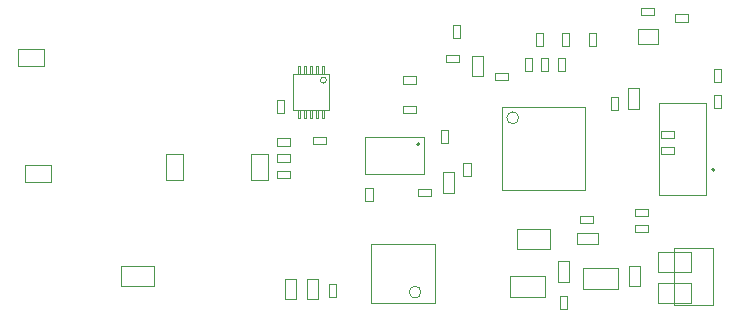
<source format=gbr>
%TF.GenerationSoftware,Altium Limited,Altium Designer,20.2.6 (244)*%
G04 Layer_Color=16711935*
%FSLAX45Y45*%
%MOMM*%
%TF.SameCoordinates,BE144905-350C-4E41-9AB6-63F68E724E9C*%
%TF.FilePolarity,Positive*%
%TF.FileFunction,Other,Mechanical_13*%
%TF.Part,Single*%
G01*
G75*
%TA.AperFunction,NonConductor*%
%ADD61C,0.20000*%
%ADD63C,0.10000*%
D61*
X3668120Y1604705D02*
G03*
X3668120Y1604705I-10000J0D01*
G01*
X6165000Y1390000D02*
G03*
X6165000Y1390000I-10000J0D01*
G01*
D63*
X4507475Y1830050D02*
G03*
X4507475Y1830050I-50000J0D01*
G01*
X2879500Y2148401D02*
G03*
X2879500Y2148401I-25400J0D01*
G01*
X3680000Y355000D02*
G03*
X3680000Y355000I-50000J0D01*
G01*
X4367475Y1220050D02*
Y1920050D01*
X5067475Y1220050D02*
Y1920050D01*
X4367475D02*
X5067475D01*
X4367475Y1220050D02*
X5067475D01*
X5690000Y435000D02*
X5970000D01*
X5690000Y265000D02*
X5970000D01*
X5690000D02*
Y435000D01*
X5970000Y265000D02*
Y435000D01*
X6155100Y248700D02*
Y731300D01*
X5824900D02*
X6155100D01*
X5824900Y248700D02*
Y731300D01*
Y248700D02*
X6155100D01*
X4040000Y1335000D02*
Y1445000D01*
X4100000Y1335000D02*
Y1445000D01*
X4040000Y1335000D02*
X4100000D01*
X4040000Y1445000D02*
X4100000D01*
X3862500Y1192500D02*
X3957500D01*
X3862500Y1367500D02*
X3957500D01*
X3862500Y1192500D02*
Y1367500D01*
X3957500Y1192500D02*
Y1367500D01*
X3651000Y1170000D02*
Y1230000D01*
X3761000Y1170000D02*
Y1230000D01*
X3651000D02*
X3761000D01*
X3651000Y1170000D02*
X3761000D01*
X3210000Y1125000D02*
X3270000D01*
X3210000Y1235000D02*
X3270000D01*
X3210000Y1125000D02*
Y1235000D01*
X3270000Y1125000D02*
Y1235000D01*
X3525000Y2120000D02*
Y2180000D01*
X3635000Y2120000D02*
Y2180000D01*
X3525000D02*
X3635000D01*
X3525000Y2120000D02*
X3635000D01*
X3527475Y1870000D02*
Y1930000D01*
X3637475Y1870000D02*
Y1930000D01*
X3527475D02*
X3637475D01*
X3527475Y1870000D02*
X3637475D01*
X3850000Y1725000D02*
X3910000D01*
X3850000Y1615000D02*
X3910000D01*
Y1725000D01*
X3850000Y1615000D02*
Y1725000D01*
X4109975Y2180076D02*
Y2355076D01*
X4204975Y2180076D02*
Y2355076D01*
X4109975Y2180076D02*
X4204975D01*
X4109975Y2355076D02*
X4204975D01*
X3892500Y2360000D02*
X4002500D01*
X3892500Y2300000D02*
X4002500D01*
X3892500D02*
Y2360000D01*
X4002500Y2300000D02*
Y2360000D01*
X3950000Y2505000D02*
Y2615000D01*
X4010000Y2505000D02*
Y2615000D01*
X3950000Y2505000D02*
X4010000D01*
X3950000Y2615000D02*
X4010000D01*
X4717475Y2440076D02*
Y2550076D01*
X4657475Y2440076D02*
Y2550076D01*
X4717475D01*
X4657475Y2440076D02*
X4717475D01*
X4562450Y2225051D02*
Y2335051D01*
X4622450Y2225051D02*
Y2335051D01*
X4562450Y2225051D02*
X4622450D01*
X4562450Y2335051D02*
X4622450D01*
X4697475Y2225051D02*
Y2335051D01*
X4757475Y2225051D02*
Y2335051D01*
X4697475Y2225051D02*
X4757475D01*
X4697475Y2335051D02*
X4757475D01*
X4837384Y2225051D02*
Y2335051D01*
X4897384Y2225051D02*
Y2335051D01*
X4837384Y2225051D02*
X4897384D01*
X4837384Y2335051D02*
X4897384D01*
X4937475Y2440077D02*
Y2550077D01*
X4877475Y2440077D02*
Y2550077D01*
X4937475D01*
X4877475Y2440077D02*
X4937475D01*
X5098794Y2435000D02*
Y2545000D01*
X5158794Y2435000D02*
Y2545000D01*
X5098794Y2435000D02*
X5158794D01*
X5098794Y2545000D02*
X5158794D01*
X5525026Y1905000D02*
Y2080000D01*
X5430026Y1905000D02*
Y2080000D01*
X5525026D01*
X5430026Y1905000D02*
X5525026D01*
X5515000Y2455000D02*
X5685000D01*
X5515000Y2585000D02*
X5685000D01*
X5515000Y2455000D02*
Y2585000D01*
X5685000Y2455000D02*
Y2585000D01*
X5835000Y2705041D02*
X5945000D01*
X5835000Y2645041D02*
X5945000D01*
X5835000D02*
Y2705041D01*
X5945000Y2645041D02*
Y2705041D01*
X6160000Y2132500D02*
Y2242500D01*
X6220000Y2132500D02*
Y2242500D01*
X6160000Y2132500D02*
X6220000D01*
X6160000Y2242500D02*
X6220000D01*
X5712500Y1655025D02*
X5822500D01*
X5712500Y1715025D02*
X5822500D01*
Y1655025D02*
Y1715025D01*
X5712500Y1655025D02*
Y1715025D01*
X5715000Y1520000D02*
X5825000D01*
X5715000Y1580000D02*
X5825000D01*
Y1520000D02*
Y1580000D01*
X5715000Y1520000D02*
Y1580000D01*
X5492500Y1060000D02*
X5602500D01*
X5492500Y1000000D02*
X5602500D01*
X5492500D02*
Y1060000D01*
X5602500Y1000000D02*
Y1060000D01*
X5495000Y924975D02*
X5605000D01*
X5495000Y864975D02*
X5605000D01*
X5495000D02*
Y924975D01*
X5605000Y864975D02*
Y924975D01*
X5029000Y937525D02*
X5139000D01*
X5029000Y997525D02*
X5139000D01*
Y937525D02*
Y997525D01*
X5029000Y937525D02*
Y997525D01*
X5002500Y762500D02*
X5177500D01*
X5002500Y857500D02*
X5177500D01*
Y762500D02*
Y857500D01*
X5002500Y762500D02*
Y857500D01*
X5690000Y695000D02*
X5970000D01*
X5690000Y525000D02*
X5970000D01*
X5690000D02*
Y695000D01*
X5970000Y525000D02*
Y695000D01*
X5442475Y402500D02*
Y577500D01*
X5537474Y402500D02*
Y577500D01*
X5442475Y402500D02*
X5537474D01*
X5442475Y577500D02*
X5537474D01*
X5050000Y382500D02*
X5350000D01*
X5050000Y557500D02*
X5350000D01*
X5050000Y382500D02*
Y557500D01*
X5350000Y382500D02*
Y557500D01*
X4842500Y442500D02*
Y617500D01*
X4937500Y442500D02*
Y617500D01*
X4842500Y442500D02*
X4937500D01*
X4842500Y617500D02*
X4937500D01*
X4920000Y212500D02*
Y322500D01*
X4860000Y212500D02*
Y322500D01*
X4920000D01*
X4860000Y212500D02*
X4920000D01*
X4429974Y487500D02*
X4729974D01*
X4429974Y312500D02*
X4729974D01*
Y487500D01*
X4429974Y312500D02*
Y487500D01*
X2900000Y315000D02*
Y425000D01*
X2960000Y315000D02*
Y425000D01*
X2900000Y315000D02*
X2960000D01*
X2900000Y425000D02*
X2960000D01*
X2712500Y292500D02*
Y467500D01*
X2807500Y292500D02*
Y467500D01*
X2712500Y292500D02*
X2807500D01*
X2712500Y467500D02*
X2807500D01*
X2527474Y292500D02*
Y467500D01*
X2622474Y292500D02*
Y467500D01*
X2527474Y292500D02*
X2622474D01*
X2527474Y467500D02*
X2622474D01*
X2237500Y1305000D02*
Y1525000D01*
X2382500Y1305000D02*
Y1525000D01*
X2237500Y1305000D02*
X2382500D01*
X2237500Y1525000D02*
X2382500D01*
X2460025Y1595026D02*
X2570025D01*
X2460025Y1655025D02*
X2570025D01*
Y1595026D02*
Y1655025D01*
X2460025Y1595026D02*
Y1655025D01*
Y1460000D02*
X2570025D01*
X2460025Y1520000D02*
X2570025D01*
Y1460000D02*
Y1520000D01*
X2460025Y1460000D02*
Y1520000D01*
Y1320000D02*
X2570025D01*
X2460025Y1380000D02*
X2570025D01*
Y1320000D02*
Y1380000D01*
X2460025Y1320000D02*
Y1380000D01*
X2765000Y1610000D02*
X2875000D01*
X2765000Y1670000D02*
X2875000D01*
Y1610000D02*
Y1670000D01*
X2765000Y1610000D02*
Y1670000D01*
X2457475Y1871000D02*
Y1981000D01*
X2517475Y1871000D02*
Y1981000D01*
X2457475Y1871000D02*
X2517475D01*
X2457475Y1981000D02*
X2517475D01*
X270000Y2267500D02*
X490000D01*
X270000Y2412500D02*
X490000D01*
Y2267500D02*
Y2412500D01*
X270000Y2267500D02*
Y2412500D01*
X1140000Y575000D02*
X1420000D01*
X1140000Y405000D02*
X1420000D01*
X1140000D02*
Y575000D01*
X1420000Y405000D02*
Y575000D01*
X330000Y1287475D02*
X550000D01*
X330000Y1432475D02*
X550000D01*
Y1287475D02*
Y1432475D01*
X330000Y1287475D02*
Y1432475D01*
X1517525Y1300000D02*
Y1520000D01*
X1662525Y1300000D02*
Y1520000D01*
X1517525Y1300000D02*
X1662525D01*
X1517525Y1520000D02*
X1662525D01*
X3210000Y1350725D02*
X3710000D01*
X3210000D02*
Y1670725D01*
X3710000D01*
Y1350725D02*
Y1670725D01*
X5545000Y2760000D02*
X5655000D01*
X5545000Y2700000D02*
X5655000D01*
X5545000D02*
Y2760000D01*
X5655000Y2700000D02*
Y2760000D01*
X6160000Y2022500D02*
X6220000D01*
X6160000Y1912500D02*
X6220000D01*
Y2022500D01*
X6160000Y1912500D02*
Y2022500D01*
X5290000Y1895000D02*
X5350000D01*
X5290000Y2005000D02*
X5350000D01*
X5290000Y1895000D02*
Y2005000D01*
X5350000Y1895000D02*
Y2005000D01*
X5695000Y1175000D02*
X6095000D01*
Y1955000D01*
X5695000D02*
X6095000D01*
X5695000Y1175000D02*
Y1955000D01*
X2600000Y1900001D02*
X2900000D01*
X2600000D02*
Y2200000D01*
X2900000D01*
Y1900001D02*
Y2200000D01*
X2840000Y1830000D02*
X2850000D01*
X2840000D02*
Y1900001D01*
X2860000Y1830000D02*
Y1900001D01*
X2850000Y1830000D02*
X2860000D01*
X2800000D02*
X2810000D01*
Y1900001D01*
X2790000Y1830000D02*
Y1900001D01*
Y1830000D02*
X2800000D01*
X2750000D02*
X2760000D01*
Y1900001D01*
X2740000Y1830000D02*
Y1900001D01*
Y1830000D02*
X2750000D01*
X2700000D02*
X2710000D01*
Y1900001D01*
X2690000Y1830000D02*
Y1900001D01*
Y1830000D02*
X2700000D01*
X2650000D02*
X2660000D01*
Y1900001D01*
X2640000Y1830000D02*
Y1900001D01*
Y1830000D02*
X2650000D01*
X2640000Y2270001D02*
X2650000D01*
X2640000Y2200000D02*
Y2270001D01*
X2660000Y2200000D02*
Y2270001D01*
X2650000D02*
X2660000D01*
X2690000D02*
X2700000D01*
X2690000Y2200000D02*
Y2270001D01*
X2710000Y2200000D02*
Y2270001D01*
X2700000D02*
X2710000D01*
X2740000D02*
X2750000D01*
X2740000Y2200000D02*
Y2270001D01*
X2760000Y2200000D02*
Y2270001D01*
X2750000D02*
X2760000D01*
X2790000D02*
X2800000D01*
X2790000Y2200000D02*
Y2270001D01*
X2810000Y2200000D02*
Y2270001D01*
X2800000D02*
X2810000D01*
X2850000D02*
X2860000D01*
Y2200000D02*
Y2270001D01*
X2840000Y2200000D02*
Y2270001D01*
X2850000D01*
X4770000Y715000D02*
Y885000D01*
X4490000Y715000D02*
Y885000D01*
Y715000D02*
X4770000D01*
X4490000Y885000D02*
X4770000D01*
X4416475Y2150051D02*
Y2210050D01*
X4306475Y2150051D02*
Y2210050D01*
Y2150051D02*
X4416475D01*
X4306475Y2210050D02*
X4416475D01*
X3260000Y760000D02*
X3800000D01*
X3260000Y260000D02*
X3800000D01*
X3260000D02*
Y760000D01*
X3800000Y260000D02*
Y760000D01*
%TF.MD5,93bc5b19a0c0a358a94188e69820950e*%
M02*

</source>
